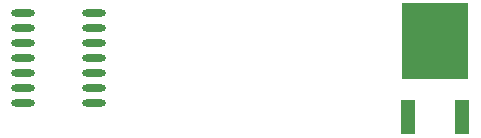
<source format=gtp>
G04*
G04 #@! TF.GenerationSoftware,Altium Limited,Altium Designer,22.5.1 (42)*
G04*
G04 Layer_Color=8421504*
%FSLAX44Y44*%
%MOMM*%
G71*
G04*
G04 #@! TF.SameCoordinates,428DBBA7-CA38-4E35-A069-69FE0EE86696*
G04*
G04*
G04 #@! TF.FilePolarity,Positive*
G04*
G01*
G75*
%ADD15R,5.5500X6.4000*%
%ADD16R,1.2500X3.0000*%
%ADD17O,2.0000X0.6000*%
D15*
X-3048Y210366D02*
D03*
D16*
X19852Y145866D02*
D03*
X-25948D02*
D03*
D17*
X-351568Y233856D02*
D03*
Y221156D02*
D03*
Y208456D02*
D03*
Y195756D02*
D03*
Y183056D02*
D03*
Y170356D02*
D03*
Y157656D02*
D03*
X-292068Y221156D02*
D03*
Y208456D02*
D03*
Y195756D02*
D03*
Y183056D02*
D03*
Y170356D02*
D03*
Y157656D02*
D03*
Y233856D02*
D03*
M02*

</source>
